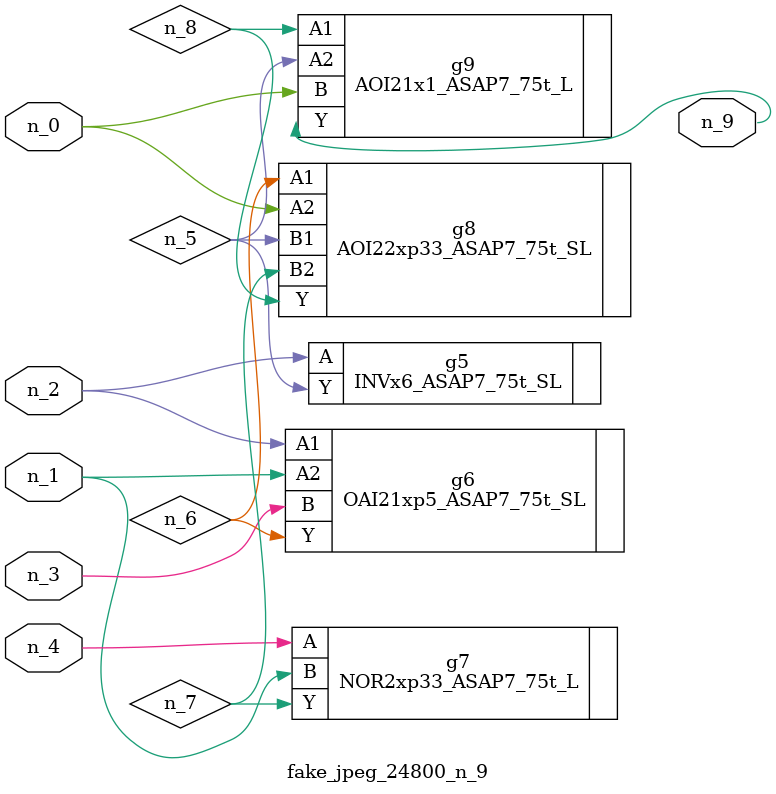
<source format=v>
module fake_jpeg_24800_n_9 (n_3, n_2, n_1, n_0, n_4, n_9);

input n_3;
input n_2;
input n_1;
input n_0;
input n_4;

output n_9;

wire n_8;
wire n_6;
wire n_5;
wire n_7;

INVx6_ASAP7_75t_SL g5 ( 
.A(n_2),
.Y(n_5)
);

OAI21xp5_ASAP7_75t_SL g6 ( 
.A1(n_2),
.A2(n_1),
.B(n_3),
.Y(n_6)
);

NOR2xp33_ASAP7_75t_L g7 ( 
.A(n_4),
.B(n_1),
.Y(n_7)
);

AOI22xp33_ASAP7_75t_SL g8 ( 
.A1(n_6),
.A2(n_0),
.B1(n_5),
.B2(n_7),
.Y(n_8)
);

AOI21x1_ASAP7_75t_L g9 ( 
.A1(n_8),
.A2(n_5),
.B(n_0),
.Y(n_9)
);


endmodule
</source>
